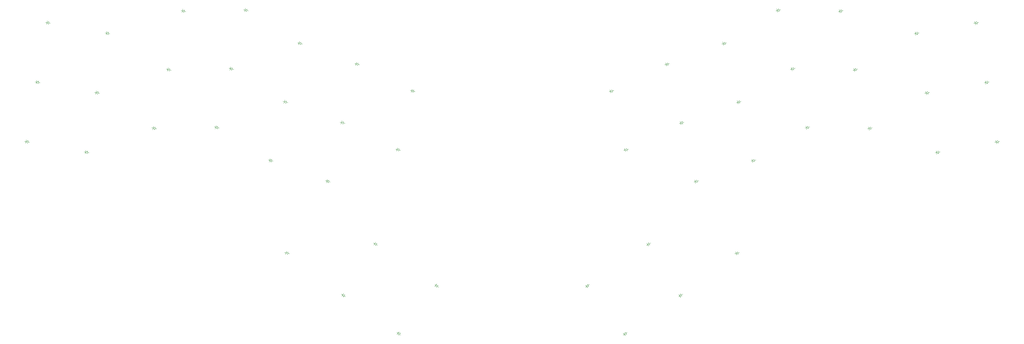
<source format=gbr>
%TF.GenerationSoftware,KiCad,Pcbnew,5.1.12-1.fc35*%
%TF.CreationDate,2022-02-21T17:57:33-08:00*%
%TF.ProjectId,jackalope_unibody,6a61636b-616c-46f7-9065-5f756e69626f,v1.0.0*%
%TF.SameCoordinates,Original*%
%TF.FileFunction,Legend,Bot*%
%TF.FilePolarity,Positive*%
%FSLAX46Y46*%
G04 Gerber Fmt 4.6, Leading zero omitted, Abs format (unit mm)*
G04 Created by KiCad (PCBNEW 5.1.12-1.fc35) date 2022-02-21 17:57:33*
%MOMM*%
%LPD*%
G01*
G04 APERTURE LIST*
%ADD10C,0.100000*%
G04 APERTURE END LIST*
D10*
%TO.C,D1*%
X-2388264Y-9225438D02*
X-1994341Y-9294897D01*
X-1994341Y-9294897D02*
X-1898834Y-8753253D01*
X-1994341Y-9294897D02*
X-2089847Y-9836541D01*
X-1994341Y-9294897D02*
X-1333997Y-9005163D01*
X-1333997Y-9005163D02*
X-1472915Y-9793009D01*
X-1472915Y-9793009D02*
X-1994341Y-9294897D01*
X-1403456Y-9399086D02*
X-911052Y-9485910D01*
%TO.C,D2*%
X911052Y9485910D02*
X1304975Y9416451D01*
X1304975Y9416451D02*
X1400482Y9958095D01*
X1304975Y9416451D02*
X1209469Y8874807D01*
X1304975Y9416451D02*
X1965319Y9706185D01*
X1965319Y9706185D02*
X1826401Y8918339D01*
X1826401Y8918339D02*
X1304975Y9416451D01*
X1895860Y9312262D02*
X2388264Y9225438D01*
%TO.C,D3*%
X4210367Y28197257D02*
X4604290Y28127798D01*
X4604290Y28127798D02*
X4699797Y28669442D01*
X4604290Y28127798D02*
X4508784Y27586154D01*
X4604290Y28127798D02*
X5264634Y28417532D01*
X5264634Y28417532D02*
X5125716Y27629686D01*
X5125716Y27629686D02*
X4604290Y28127798D01*
X5195175Y28023609D02*
X5687579Y27936785D01*
%TO.C,D4*%
X16323084Y-12524753D02*
X16717007Y-12594212D01*
X16717007Y-12594212D02*
X16812514Y-12052568D01*
X16717007Y-12594212D02*
X16621501Y-13135856D01*
X16717007Y-12594212D02*
X17377351Y-12304478D01*
X17377351Y-12304478D02*
X17238433Y-13092324D01*
X17238433Y-13092324D02*
X16717007Y-12594212D01*
X17307892Y-12698401D02*
X17800296Y-12785225D01*
%TO.C,D5*%
X19622399Y6186594D02*
X20016322Y6117135D01*
X20016322Y6117135D02*
X20111829Y6658779D01*
X20016322Y6117135D02*
X19920816Y5575491D01*
X20016322Y6117135D02*
X20676666Y6406869D01*
X20676666Y6406869D02*
X20537748Y5619023D01*
X20537748Y5619023D02*
X20016322Y6117135D01*
X20607207Y6012946D02*
X21099611Y5926122D01*
%TO.C,D6*%
X22921714Y24897942D02*
X23315637Y24828483D01*
X23315637Y24828483D02*
X23411144Y25370127D01*
X23315637Y24828483D02*
X23220131Y24286839D01*
X23315637Y24828483D02*
X23975981Y25118217D01*
X23975981Y25118217D02*
X23837063Y24330371D01*
X23837063Y24330371D02*
X23315637Y24828483D01*
X23906522Y24724294D02*
X24398926Y24637470D01*
%TO.C,D7*%
X37603549Y-4912319D02*
X37991667Y-5009087D01*
X37991667Y-5009087D02*
X38124725Y-4475425D01*
X37991667Y-5009087D02*
X37858610Y-5542750D01*
X37991667Y-5009087D02*
X38670614Y-4766122D01*
X38670614Y-4766122D02*
X38477076Y-5542359D01*
X38477076Y-5542359D02*
X37991667Y-5009087D01*
X38573845Y-5154240D02*
X39058993Y-5275201D01*
%TO.C,D8*%
X42200065Y13523300D02*
X42588183Y13426532D01*
X42588183Y13426532D02*
X42721241Y13960194D01*
X42588183Y13426532D02*
X42455126Y12892869D01*
X42588183Y13426532D02*
X43267130Y13669497D01*
X43267130Y13669497D02*
X43073592Y12893260D01*
X43073592Y12893260D02*
X42588183Y13426532D01*
X43170361Y13281379D02*
X43655509Y13160418D01*
%TO.C,D9*%
X46796581Y31958918D02*
X47184699Y31862150D01*
X47184699Y31862150D02*
X47317757Y32395812D01*
X47184699Y31862150D02*
X47051642Y31328487D01*
X47184699Y31862150D02*
X47863646Y32105115D01*
X47863646Y32105115D02*
X47670108Y31328878D01*
X47670108Y31328878D02*
X47184699Y31862150D01*
X47766877Y31716997D02*
X48252025Y31596036D01*
%TO.C,D10*%
X57248777Y-4657357D02*
X57636895Y-4754125D01*
X57636895Y-4754125D02*
X57769953Y-4220463D01*
X57636895Y-4754125D02*
X57503838Y-5287788D01*
X57636895Y-4754125D02*
X58315842Y-4511160D01*
X58315842Y-4511160D02*
X58122304Y-5287397D01*
X58122304Y-5287397D02*
X57636895Y-4754125D01*
X58219073Y-4899278D02*
X58704221Y-5020239D01*
%TO.C,D11*%
X61845293Y13778262D02*
X62233411Y13681494D01*
X62233411Y13681494D02*
X62366469Y14215156D01*
X62233411Y13681494D02*
X62100354Y13147831D01*
X62233411Y13681494D02*
X62912358Y13924459D01*
X62912358Y13924459D02*
X62718820Y13148222D01*
X62718820Y13148222D02*
X62233411Y13681494D01*
X62815589Y13536341D02*
X63300737Y13415380D01*
%TO.C,D12*%
X66441809Y32213881D02*
X66829927Y32117113D01*
X66829927Y32117113D02*
X66962985Y32650775D01*
X66829927Y32117113D02*
X66696870Y31583450D01*
X66829927Y32117113D02*
X67508874Y32360078D01*
X67508874Y32360078D02*
X67315336Y31583841D01*
X67315336Y31583841D02*
X66829927Y32117113D01*
X67412105Y31971960D02*
X67897253Y31850999D01*
%TO.C,D13*%
X74232865Y-15075647D02*
X74620983Y-15172415D01*
X74620983Y-15172415D02*
X74754041Y-14638753D01*
X74620983Y-15172415D02*
X74487926Y-15706078D01*
X74620983Y-15172415D02*
X75299930Y-14929450D01*
X75299930Y-14929450D02*
X75106392Y-15705687D01*
X75106392Y-15705687D02*
X74620983Y-15172415D01*
X75203161Y-15317568D02*
X75688309Y-15438529D01*
%TO.C,D14*%
X78829381Y3359972D02*
X79217499Y3263204D01*
X79217499Y3263204D02*
X79350557Y3796866D01*
X79217499Y3263204D02*
X79084442Y2729541D01*
X79217499Y3263204D02*
X79896446Y3506169D01*
X79896446Y3506169D02*
X79702908Y2729932D01*
X79702908Y2729932D02*
X79217499Y3263204D01*
X79799677Y3118051D02*
X80284825Y2997090D01*
%TO.C,D15*%
X83425897Y21795591D02*
X83814015Y21698823D01*
X83814015Y21698823D02*
X83947073Y22232485D01*
X83814015Y21698823D02*
X83680958Y21165160D01*
X83814015Y21698823D02*
X84492962Y21941788D01*
X84492962Y21941788D02*
X84299424Y21165551D01*
X84299424Y21165551D02*
X83814015Y21698823D01*
X84396193Y21553670D02*
X84881341Y21432709D01*
%TO.C,D16*%
X92184640Y-21612755D02*
X92572758Y-21709523D01*
X92572758Y-21709523D02*
X92705816Y-21175861D01*
X92572758Y-21709523D02*
X92439701Y-22243186D01*
X92572758Y-21709523D02*
X93251705Y-21466558D01*
X93251705Y-21466558D02*
X93058167Y-22242795D01*
X93058167Y-22242795D02*
X92572758Y-21709523D01*
X93154936Y-21854676D02*
X93640084Y-21975637D01*
%TO.C,D17*%
X96781156Y-3177136D02*
X97169274Y-3273904D01*
X97169274Y-3273904D02*
X97302332Y-2740242D01*
X97169274Y-3273904D02*
X97036217Y-3807567D01*
X97169274Y-3273904D02*
X97848221Y-3030939D01*
X97848221Y-3030939D02*
X97654683Y-3807176D01*
X97654683Y-3807176D02*
X97169274Y-3273904D01*
X97751452Y-3419057D02*
X98236600Y-3540018D01*
%TO.C,D18*%
X101377672Y15258483D02*
X101765790Y15161715D01*
X101765790Y15161715D02*
X101898848Y15695377D01*
X101765790Y15161715D02*
X101632733Y14628052D01*
X101765790Y15161715D02*
X102444737Y15404680D01*
X102444737Y15404680D02*
X102251199Y14628443D01*
X102251199Y14628443D02*
X101765790Y15161715D01*
X102347968Y15016562D02*
X102833116Y14895601D01*
%TO.C,D19*%
X114249087Y-11654835D02*
X114637205Y-11751603D01*
X114637205Y-11751603D02*
X114770263Y-11217941D01*
X114637205Y-11751603D02*
X114504148Y-12285266D01*
X114637205Y-11751603D02*
X115316152Y-11508638D01*
X115316152Y-11508638D02*
X115122614Y-12284875D01*
X115122614Y-12284875D02*
X114637205Y-11751603D01*
X115219383Y-11896756D02*
X115704531Y-12017717D01*
%TO.C,D20*%
X118845603Y6780784D02*
X119233721Y6684016D01*
X119233721Y6684016D02*
X119366779Y7217678D01*
X119233721Y6684016D02*
X119100664Y6150353D01*
X119233721Y6684016D02*
X119912668Y6926981D01*
X119912668Y6926981D02*
X119719130Y6150744D01*
X119719130Y6150744D02*
X119233721Y6684016D01*
X119815899Y6538863D02*
X120301047Y6417902D01*
%TO.C,D21*%
X79344522Y-44176694D02*
X79732640Y-44273462D01*
X79732640Y-44273462D02*
X79865698Y-43739800D01*
X79732640Y-44273462D02*
X79599583Y-44807125D01*
X79732640Y-44273462D02*
X80411587Y-44030497D01*
X80411587Y-44030497D02*
X80218049Y-44806734D01*
X80218049Y-44806734D02*
X79732640Y-44273462D01*
X80314818Y-44418615D02*
X80799966Y-44539576D01*
%TO.C,D22*%
X107258680Y-41142898D02*
X107597899Y-41354865D01*
X107597899Y-41354865D02*
X107889355Y-40888439D01*
X107597899Y-41354865D02*
X107306444Y-41821292D01*
X107597899Y-41354865D02*
X108318696Y-41333598D01*
X108318696Y-41333598D02*
X107894760Y-42012036D01*
X107894760Y-42012036D02*
X107597899Y-41354865D01*
X108106728Y-41672817D02*
X108530752Y-41937776D01*
%TO.C,D23*%
X126524404Y-54206826D02*
X126839608Y-54453090D01*
X126839608Y-54453090D02*
X127178222Y-54019685D01*
X126839608Y-54453090D02*
X126500994Y-54886496D01*
X126839608Y-54453090D02*
X127558679Y-54507283D01*
X127558679Y-54507283D02*
X127066150Y-55137692D01*
X127066150Y-55137692D02*
X126839608Y-54453090D01*
X127312415Y-54822487D02*
X127706420Y-55130318D01*
%TO.C,D24*%
X97190214Y-57255812D02*
X97529433Y-57467779D01*
X97529433Y-57467779D02*
X97820889Y-57001353D01*
X97529433Y-57467779D02*
X97237978Y-57934206D01*
X97529433Y-57467779D02*
X98250230Y-57446512D01*
X98250230Y-57446512D02*
X97826294Y-58124950D01*
X97826294Y-58124950D02*
X97529433Y-57467779D01*
X98038262Y-57785731D02*
X98462286Y-58050690D01*
%TO.C,D25*%
X114643038Y-69236822D02*
X114958242Y-69483086D01*
X114958242Y-69483086D02*
X115296856Y-69049681D01*
X114958242Y-69483086D02*
X114619628Y-69916492D01*
X114958242Y-69483086D02*
X115677313Y-69537279D01*
X115677313Y-69537279D02*
X115184784Y-70167688D01*
X115184784Y-70167688D02*
X114958242Y-69483086D01*
X115431049Y-69852483D02*
X115825054Y-70160314D01*
%TO.C,D26*%
X302509683Y-9485910D02*
X302903606Y-9416451D01*
X302903606Y-9416451D02*
X302808100Y-8874807D01*
X302903606Y-9416451D02*
X302999113Y-9958095D01*
X302903606Y-9416451D02*
X303425032Y-8918339D01*
X303425032Y-8918339D02*
X303563950Y-9706185D01*
X303563950Y-9706185D02*
X302903606Y-9416451D01*
X303494491Y-9312262D02*
X303986895Y-9225438D01*
%TO.C,D27*%
X299210367Y9225438D02*
X299604290Y9294897D01*
X299604290Y9294897D02*
X299508784Y9836541D01*
X299604290Y9294897D02*
X299699797Y8753253D01*
X299604290Y9294897D02*
X300125716Y9793009D01*
X300125716Y9793009D02*
X300264634Y9005163D01*
X300264634Y9005163D02*
X299604290Y9294897D01*
X300195175Y9399086D02*
X300687579Y9485910D01*
%TO.C,D28*%
X295911052Y27936785D02*
X296304975Y28006244D01*
X296304975Y28006244D02*
X296209469Y28547888D01*
X296304975Y28006244D02*
X296400482Y27464600D01*
X296304975Y28006244D02*
X296826401Y28504356D01*
X296826401Y28504356D02*
X296965319Y27716510D01*
X296965319Y27716510D02*
X296304975Y28006244D01*
X296895860Y28110433D02*
X297388264Y28197257D01*
%TO.C,D29*%
X283798335Y-12785225D02*
X284192258Y-12715766D01*
X284192258Y-12715766D02*
X284096752Y-12174122D01*
X284192258Y-12715766D02*
X284287765Y-13257410D01*
X284192258Y-12715766D02*
X284713684Y-12217654D01*
X284713684Y-12217654D02*
X284852602Y-13005500D01*
X284852602Y-13005500D02*
X284192258Y-12715766D01*
X284783143Y-12611577D02*
X285275547Y-12524753D01*
%TO.C,D30*%
X280499020Y5926122D02*
X280892943Y5995581D01*
X280892943Y5995581D02*
X280797437Y6537225D01*
X280892943Y5995581D02*
X280988450Y5453937D01*
X280892943Y5995581D02*
X281414369Y6493693D01*
X281414369Y6493693D02*
X281553287Y5705847D01*
X281553287Y5705847D02*
X280892943Y5995581D01*
X281483828Y6099770D02*
X281976232Y6186594D01*
%TO.C,D31*%
X277199705Y24637470D02*
X277593628Y24706929D01*
X277593628Y24706929D02*
X277498122Y25248573D01*
X277593628Y24706929D02*
X277689135Y24165285D01*
X277593628Y24706929D02*
X278115054Y25205041D01*
X278115054Y25205041D02*
X278253972Y24417195D01*
X278253972Y24417195D02*
X277593628Y24706929D01*
X278184513Y24811118D02*
X278676917Y24897942D01*
%TO.C,D32*%
X262539638Y-5275201D02*
X262927756Y-5178433D01*
X262927756Y-5178433D02*
X262794699Y-4644770D01*
X262927756Y-5178433D02*
X263060814Y-5712095D01*
X262927756Y-5178433D02*
X263413165Y-4645161D01*
X263413165Y-4645161D02*
X263606703Y-5421398D01*
X263606703Y-5421398D02*
X262927756Y-5178433D01*
X263509934Y-5033280D02*
X263995082Y-4912319D01*
%TO.C,D33*%
X257943122Y13160418D02*
X258331240Y13257186D01*
X258331240Y13257186D02*
X258198183Y13790849D01*
X258331240Y13257186D02*
X258464298Y12723524D01*
X258331240Y13257186D02*
X258816649Y13790458D01*
X258816649Y13790458D02*
X259010187Y13014221D01*
X259010187Y13014221D02*
X258331240Y13257186D01*
X258913418Y13402339D02*
X259398566Y13523300D01*
%TO.C,D34*%
X253346606Y31596036D02*
X253734724Y31692804D01*
X253734724Y31692804D02*
X253601667Y32226467D01*
X253734724Y31692804D02*
X253867782Y31159142D01*
X253734724Y31692804D02*
X254220133Y32226076D01*
X254220133Y32226076D02*
X254413671Y31449839D01*
X254413671Y31449839D02*
X253734724Y31692804D01*
X254316902Y31837957D02*
X254802050Y31958918D01*
%TO.C,D35*%
X242894409Y-5020239D02*
X243282527Y-4923471D01*
X243282527Y-4923471D02*
X243149470Y-4389808D01*
X243282527Y-4923471D02*
X243415585Y-5457133D01*
X243282527Y-4923471D02*
X243767936Y-4390199D01*
X243767936Y-4390199D02*
X243961474Y-5166436D01*
X243961474Y-5166436D02*
X243282527Y-4923471D01*
X243864705Y-4778318D02*
X244349853Y-4657357D01*
%TO.C,D36*%
X238297893Y13415380D02*
X238686011Y13512148D01*
X238686011Y13512148D02*
X238552954Y14045811D01*
X238686011Y13512148D02*
X238819069Y12978486D01*
X238686011Y13512148D02*
X239171420Y14045420D01*
X239171420Y14045420D02*
X239364958Y13269183D01*
X239364958Y13269183D02*
X238686011Y13512148D01*
X239268189Y13657301D02*
X239753337Y13778262D01*
%TO.C,D37*%
X233701377Y31850999D02*
X234089495Y31947767D01*
X234089495Y31947767D02*
X233956438Y32481430D01*
X234089495Y31947767D02*
X234222553Y31414105D01*
X234089495Y31947767D02*
X234574904Y32481039D01*
X234574904Y32481039D02*
X234768442Y31704802D01*
X234768442Y31704802D02*
X234089495Y31947767D01*
X234671673Y32092920D02*
X235156821Y32213881D01*
%TO.C,D38*%
X225910322Y-15438529D02*
X226298440Y-15341761D01*
X226298440Y-15341761D02*
X226165383Y-14808098D01*
X226298440Y-15341761D02*
X226431498Y-15875423D01*
X226298440Y-15341761D02*
X226783849Y-14808489D01*
X226783849Y-14808489D02*
X226977387Y-15584726D01*
X226977387Y-15584726D02*
X226298440Y-15341761D01*
X226880618Y-15196608D02*
X227365766Y-15075647D01*
%TO.C,D39*%
X221313806Y2997090D02*
X221701924Y3093858D01*
X221701924Y3093858D02*
X221568867Y3627521D01*
X221701924Y3093858D02*
X221834982Y2560196D01*
X221701924Y3093858D02*
X222187333Y3627130D01*
X222187333Y3627130D02*
X222380871Y2850893D01*
X222380871Y2850893D02*
X221701924Y3093858D01*
X222284102Y3239011D02*
X222769250Y3359972D01*
%TO.C,D40*%
X216717290Y21432709D02*
X217105408Y21529477D01*
X217105408Y21529477D02*
X216972351Y22063140D01*
X217105408Y21529477D02*
X217238466Y20995815D01*
X217105408Y21529477D02*
X217590817Y22062749D01*
X217590817Y22062749D02*
X217784355Y21286512D01*
X217784355Y21286512D02*
X217105408Y21529477D01*
X217687586Y21674630D02*
X218172734Y21795591D01*
%TO.C,D41*%
X207958547Y-21975637D02*
X208346665Y-21878869D01*
X208346665Y-21878869D02*
X208213608Y-21345206D01*
X208346665Y-21878869D02*
X208479723Y-22412531D01*
X208346665Y-21878869D02*
X208832074Y-21345597D01*
X208832074Y-21345597D02*
X209025612Y-22121834D01*
X209025612Y-22121834D02*
X208346665Y-21878869D01*
X208928843Y-21733716D02*
X209413991Y-21612755D01*
%TO.C,D42*%
X203362031Y-3540018D02*
X203750149Y-3443250D01*
X203750149Y-3443250D02*
X203617092Y-2909587D01*
X203750149Y-3443250D02*
X203883207Y-3976912D01*
X203750149Y-3443250D02*
X204235558Y-2909978D01*
X204235558Y-2909978D02*
X204429096Y-3686215D01*
X204429096Y-3686215D02*
X203750149Y-3443250D01*
X204332327Y-3298097D02*
X204817475Y-3177136D01*
%TO.C,D43*%
X198765515Y14895601D02*
X199153633Y14992369D01*
X199153633Y14992369D02*
X199020576Y15526032D01*
X199153633Y14992369D02*
X199286691Y14458707D01*
X199153633Y14992369D02*
X199639042Y15525641D01*
X199639042Y15525641D02*
X199832580Y14749404D01*
X199832580Y14749404D02*
X199153633Y14992369D01*
X199735811Y15137522D02*
X200220959Y15258483D01*
%TO.C,D44*%
X185894100Y-12017717D02*
X186282218Y-11920949D01*
X186282218Y-11920949D02*
X186149161Y-11387286D01*
X186282218Y-11920949D02*
X186415276Y-12454611D01*
X186282218Y-11920949D02*
X186767627Y-11387677D01*
X186767627Y-11387677D02*
X186961165Y-12163914D01*
X186961165Y-12163914D02*
X186282218Y-11920949D01*
X186864396Y-11775796D02*
X187349544Y-11654835D01*
%TO.C,D45*%
X181297584Y6417902D02*
X181685702Y6514670D01*
X181685702Y6514670D02*
X181552645Y7048333D01*
X181685702Y6514670D02*
X181818760Y5981008D01*
X181685702Y6514670D02*
X182171111Y7047942D01*
X182171111Y7047942D02*
X182364649Y6271705D01*
X182364649Y6271705D02*
X181685702Y6514670D01*
X182267880Y6659823D02*
X182753028Y6780784D01*
%TO.C,D46*%
X220798665Y-44539576D02*
X221186783Y-44442808D01*
X221186783Y-44442808D02*
X221053726Y-43909145D01*
X221186783Y-44442808D02*
X221319841Y-44976470D01*
X221186783Y-44442808D02*
X221672192Y-43909536D01*
X221672192Y-43909536D02*
X221865730Y-44685773D01*
X221865730Y-44685773D02*
X221186783Y-44442808D01*
X221768961Y-44297655D02*
X222254109Y-44176694D01*
%TO.C,D47*%
X193067879Y-41937776D02*
X193407098Y-41725809D01*
X193407098Y-41725809D02*
X193115643Y-41259382D01*
X193407098Y-41725809D02*
X193698554Y-42192235D01*
X193407098Y-41725809D02*
X193703959Y-41068638D01*
X193703959Y-41068638D02*
X194127895Y-41747076D01*
X194127895Y-41747076D02*
X193407098Y-41725809D01*
X193915927Y-41407857D02*
X194339951Y-41142898D01*
%TO.C,D48*%
X173892211Y-55130318D02*
X174207415Y-54884054D01*
X174207415Y-54884054D02*
X173868801Y-54450648D01*
X174207415Y-54884054D02*
X174546029Y-55317459D01*
X174207415Y-54884054D02*
X174433957Y-54199452D01*
X174433957Y-54199452D02*
X174926486Y-54829861D01*
X174926486Y-54829861D02*
X174207415Y-54884054D01*
X174680222Y-54514657D02*
X175074227Y-54206826D01*
%TO.C,D49*%
X203136345Y-58050690D02*
X203475564Y-57838723D01*
X203475564Y-57838723D02*
X203184109Y-57372296D01*
X203475564Y-57838723D02*
X203767020Y-58305149D01*
X203475564Y-57838723D02*
X203772425Y-57181552D01*
X203772425Y-57181552D02*
X204196361Y-57859990D01*
X204196361Y-57859990D02*
X203475564Y-57838723D01*
X203984393Y-57520771D02*
X204408417Y-57255812D01*
%TO.C,D50*%
X185773576Y-70160314D02*
X186088780Y-69914050D01*
X186088780Y-69914050D02*
X185750166Y-69480644D01*
X186088780Y-69914050D02*
X186427394Y-70347455D01*
X186088780Y-69914050D02*
X186315322Y-69229448D01*
X186315322Y-69229448D02*
X186807851Y-69859857D01*
X186807851Y-69859857D02*
X186088780Y-69914050D01*
X186561587Y-69544653D02*
X186955592Y-69236822D01*
%TD*%
M02*

</source>
